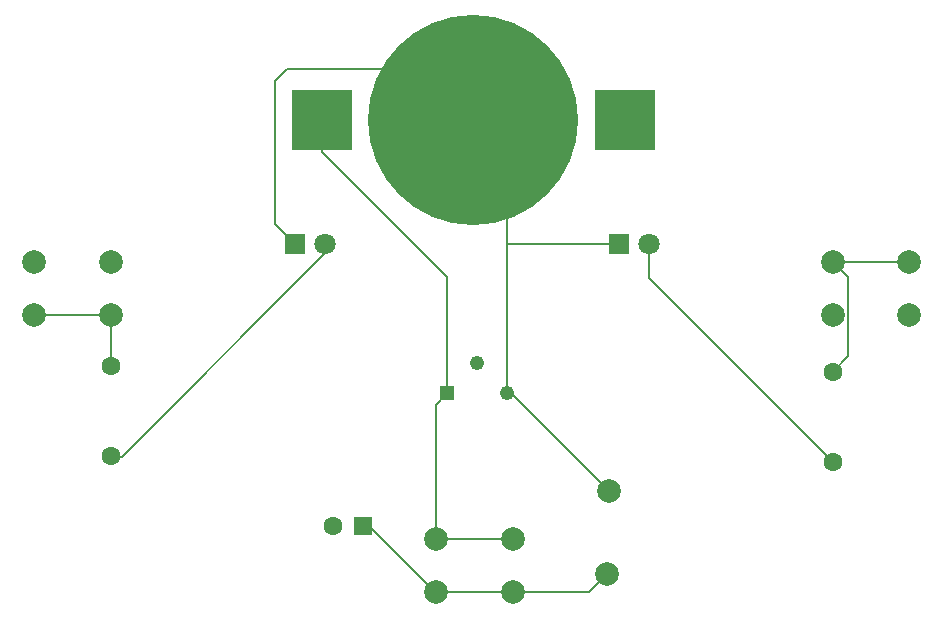
<source format=gbr>
%TF.GenerationSoftware,KiCad,Pcbnew,9.0.2*%
%TF.CreationDate,2025-06-30T15:38:39+07:00*%
%TF.ProjectId,PCB art,50434220-6172-4742-9e6b-696361645f70,rev?*%
%TF.SameCoordinates,Original*%
%TF.FileFunction,Copper,L2,Bot*%
%TF.FilePolarity,Positive*%
%FSLAX46Y46*%
G04 Gerber Fmt 4.6, Leading zero omitted, Abs format (unit mm)*
G04 Created by KiCad (PCBNEW 9.0.2) date 2025-06-30 15:38:39*
%MOMM*%
%LPD*%
G01*
G04 APERTURE LIST*
G04 Aperture macros list*
%AMRoundRect*
0 Rectangle with rounded corners*
0 $1 Rounding radius*
0 $2 $3 $4 $5 $6 $7 $8 $9 X,Y pos of 4 corners*
0 Add a 4 corners polygon primitive as box body*
4,1,4,$2,$3,$4,$5,$6,$7,$8,$9,$2,$3,0*
0 Add four circle primitives for the rounded corners*
1,1,$1+$1,$2,$3*
1,1,$1+$1,$4,$5*
1,1,$1+$1,$6,$7*
1,1,$1+$1,$8,$9*
0 Add four rect primitives between the rounded corners*
20,1,$1+$1,$2,$3,$4,$5,0*
20,1,$1+$1,$4,$5,$6,$7,0*
20,1,$1+$1,$6,$7,$8,$9,0*
20,1,$1+$1,$8,$9,$2,$3,0*%
G04 Aperture macros list end*
%TA.AperFunction,ComponentPad*%
%ADD10R,1.800000X1.800000*%
%TD*%
%TA.AperFunction,ComponentPad*%
%ADD11C,1.800000*%
%TD*%
%TA.AperFunction,ComponentPad*%
%ADD12C,2.000000*%
%TD*%
%TA.AperFunction,ComponentPad*%
%ADD13R,1.222000X1.222000*%
%TD*%
%TA.AperFunction,ComponentPad*%
%ADD14C,1.222000*%
%TD*%
%TA.AperFunction,SMDPad,CuDef*%
%ADD15C,2.000000*%
%TD*%
%TA.AperFunction,SMDPad,CuDef*%
%ADD16R,5.100000X5.100000*%
%TD*%
%TA.AperFunction,SMDPad,CuDef*%
%ADD17C,17.800000*%
%TD*%
%TA.AperFunction,ComponentPad*%
%ADD18C,1.600000*%
%TD*%
%TA.AperFunction,ComponentPad*%
%ADD19RoundRect,0.250000X0.550000X0.550000X-0.550000X0.550000X-0.550000X-0.550000X0.550000X-0.550000X0*%
%TD*%
%TA.AperFunction,Conductor*%
%ADD20C,0.200000*%
%TD*%
G04 APERTURE END LIST*
D10*
%TO.P,^,1,K*%
%TO.N,Net-(BT1--)*%
X164237701Y-95789277D03*
D11*
%TO.P,^,2,A*%
%TO.N,Net-(D2-A)*%
X166777701Y-95789277D03*
%TD*%
D12*
%TO.P,L,1,1*%
%TO.N,Net-(BT1-+)*%
X114763301Y-97289277D03*
X121263301Y-97289277D03*
%TO.P,L,2,2*%
%TO.N,Net-(R1-Pad2)*%
X114763301Y-101789277D03*
X121263301Y-101789277D03*
%TD*%
%TO.P,R,1,1*%
%TO.N,Net-(R2-Pad1)*%
X182347301Y-97289277D03*
X188847301Y-97289277D03*
%TO.P,R,2,2*%
%TO.N,Net-(BT1-+)*%
X182347301Y-101789277D03*
X188847301Y-101789277D03*
%TD*%
D13*
%TO.P,<>,1*%
%TO.N,Net-(BT1-+)*%
X149723301Y-108432477D03*
D14*
%TO.P,<>,2*%
X152263301Y-105892477D03*
%TO.P,<>,3*%
%TO.N,Net-(BT1--)*%
X154803301Y-108432477D03*
%TD*%
D10*
%TO.P,^,1,K*%
%TO.N,Net-(BT1--)*%
X136856501Y-95789277D03*
D11*
%TO.P,^,2,A*%
%TO.N,Net-(D1-A)*%
X139396501Y-95789277D03*
%TD*%
D12*
%TO.P,|

,1,1*%
%TO.N,Net-(BT1-+)*%
X148763301Y-120797677D03*
X155263301Y-120797677D03*
%TO.P,|

,2,2*%
%TO.N,Net-(M1-+)*%
X148763301Y-125297677D03*
X155263301Y-125297677D03*
%TD*%
D15*
%TO.P,GND,1,+*%
%TO.N,Net-(BT1--)*%
X163426101Y-116734877D03*
%TD*%
D16*
%TO.P,Battery,1,+*%
%TO.N,Net-(BT1-+)*%
X164744901Y-85267677D03*
X139144901Y-85267677D03*
D17*
%TO.P,Battery,2,-*%
%TO.N,Net-(BT1--)*%
X151944901Y-85267677D03*
%TD*%
D18*
%TO.P,R2,1*%
%TO.N,Net-(R2-Pad1)*%
X182348701Y-106603677D03*
%TO.P,R2,2*%
%TO.N,Net-(D2-A)*%
X182348701Y-114223677D03*
%TD*%
D15*
%TO.P,VCC,1,+*%
%TO.N,Net-(M1-+)*%
X163263301Y-123723277D03*
%TD*%
D19*
%TO.P,C1,1*%
%TO.N,Net-(M1-+)*%
X142583614Y-119659277D03*
D18*
%TO.P,C1,2*%
%TO.N,Net-(BT1--)*%
X140083614Y-119659277D03*
%TD*%
%TO.P,R1,1*%
%TO.N,Net-(D1-A)*%
X121236301Y-113766477D03*
%TO.P,R1,2*%
%TO.N,Net-(R1-Pad2)*%
X121236301Y-106146477D03*
%TD*%
D20*
%TO.N,Net-(BT1-+)*%
X148729301Y-120797677D02*
X148729301Y-120893677D01*
X155327701Y-120797677D02*
X155348501Y-120776877D01*
X148763301Y-120797677D02*
X148763301Y-109392477D01*
X155229301Y-120797677D02*
X155327701Y-120797677D01*
X149723301Y-98596077D02*
X139144901Y-88017677D01*
X149723301Y-108432477D02*
X149723301Y-98596077D01*
X148763301Y-109392477D02*
X149723301Y-108432477D01*
X148729301Y-120893677D02*
X148693701Y-120929277D01*
X148729301Y-120797677D02*
X155229301Y-120797677D01*
X139144901Y-88017677D02*
X139144901Y-85267677D01*
%TO.N,Net-(BT1--)*%
X154803301Y-108432477D02*
X154803301Y-95783277D01*
X164237701Y-95789277D02*
X154809301Y-95789277D01*
X135130101Y-82016477D02*
X136146101Y-81000477D01*
X154803301Y-88126077D02*
X151944901Y-85267677D01*
X163426101Y-116734877D02*
X155123701Y-108432477D01*
X155123701Y-108432477D02*
X154803301Y-108432477D01*
X140083614Y-119659277D02*
X140260901Y-119659277D01*
X136146101Y-81000477D02*
X147677701Y-81000477D01*
X140260901Y-119659277D02*
X140413301Y-119811677D01*
X154809301Y-95789277D02*
X154803301Y-95783277D01*
X154803301Y-95783277D02*
X154803301Y-88126077D01*
X136856501Y-95789277D02*
X135130101Y-94062877D01*
X147677701Y-81000477D02*
X151944901Y-85267677D01*
X154971301Y-108280077D02*
X154992901Y-108301677D01*
X135130101Y-94062877D02*
X135130101Y-82016477D01*
%TO.N,Net-(M1-+)*%
X148729301Y-125297677D02*
X155229301Y-125297677D01*
X142583614Y-119659277D02*
X143090901Y-119659277D01*
X155229301Y-125297677D02*
X161688901Y-125297677D01*
X161688901Y-125297677D02*
X163263301Y-123723277D01*
X143090901Y-119659277D02*
X148729301Y-125297677D01*
%TO.N,Net-(D1-A)*%
X122159701Y-113789277D02*
X121259101Y-113789277D01*
X121259101Y-113789277D02*
X121236301Y-113766477D01*
X122159701Y-113789277D02*
X139396501Y-96552477D01*
%TO.N,Net-(D2-A)*%
X166777701Y-95789277D02*
X166777701Y-98652677D01*
X166777701Y-98652677D02*
X182348701Y-114223677D01*
%TO.N,Net-(R1-Pad2)*%
X121263301Y-105179677D02*
X121263301Y-101789277D01*
X121236301Y-106146477D02*
X121236301Y-105206677D01*
X114763301Y-101789277D02*
X121263301Y-101789277D01*
X121236301Y-105206677D02*
X121263301Y-105179677D01*
%TO.N,Net-(R2-Pad1)*%
X183648301Y-98590277D02*
X183648301Y-105304077D01*
X182347301Y-97289277D02*
X183648301Y-98590277D01*
X182347301Y-97289277D02*
X188847301Y-97289277D01*
X183648301Y-105304077D02*
X182348701Y-106603677D01*
%TD*%
M02*

</source>
